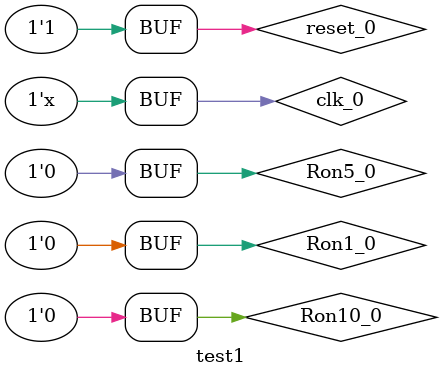
<source format=v>
`timescale 1ns / 1ps


module test1(

    );
    
    reg clk_0, reset_0, Ron1_0, Ron5_0, Ron10_0;
    wire SANDWICH_0, Ron_rest1_0, Ron_rest5_0;

    always #25 clk_0 = ~clk_0;

    design_1_wrapper autom(Ron10_0,
    Ron1_0,
    Ron5_0,
    Ron_rest1_0,
    Ron_rest5_0,
    SANDWICH_0,
    clk_0,
    reset_0);
    
    initial begin
        clk_0 = 0; reset_0 = 1;
        #25 reset_0 = 0; 
        #25 Ron1_0 = 1; Ron5_0 = 0; Ron10_0 = 0;
        #50 Ron1_0 = 1; Ron5_0 = 0; Ron10_0 = 0;
        #50 Ron1_0 = 1; Ron5_0 = 0; Ron10_0 = 0;
        #50 Ron1_0 = 1; Ron5_0 = 0; Ron10_0 = 0;
        #75 Ron1_0 = 0; Ron5_0 = 1; Ron10_0 = 0;
        #100 Ron1_0 = 0; Ron5_0 = 0; Ron10_0 = 1;
        #200 reset_0 = 1; Ron1_0 = 0; Ron5_0 = 0; Ron10_0 = 0;
    end
endmodule

</source>
